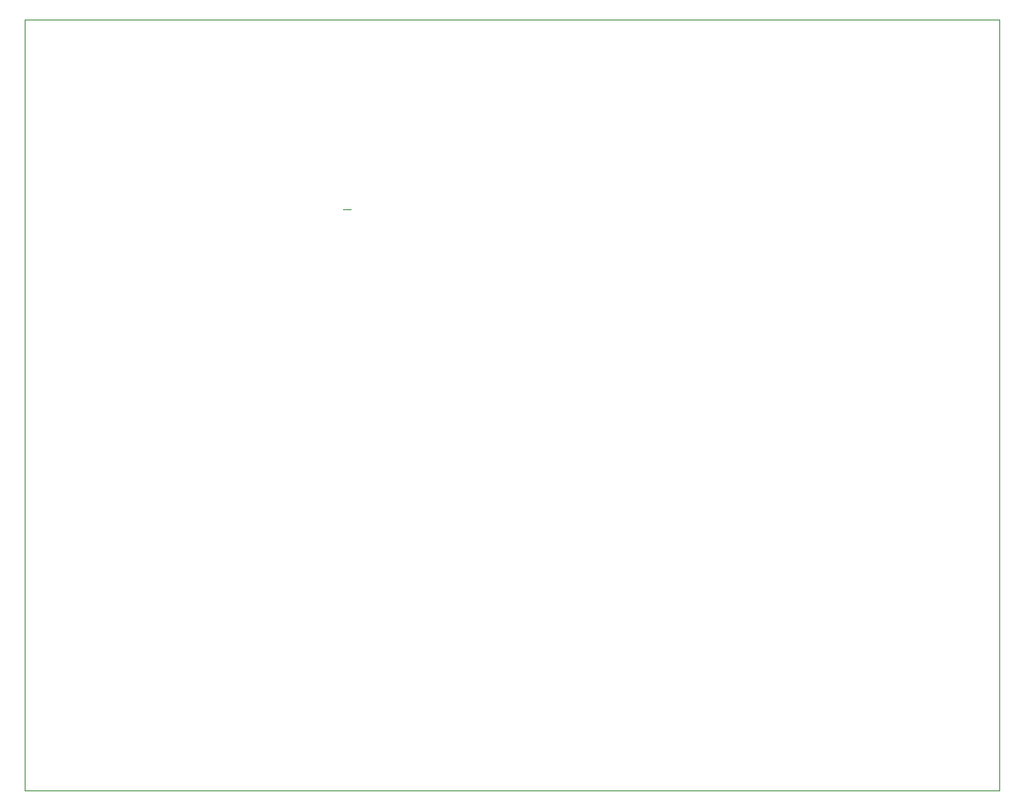
<source format=gbr>
G04 #@! TF.GenerationSoftware,KiCad,Pcbnew,5.1.4-e60b266~84~ubuntu18.04.1*
G04 #@! TF.CreationDate,2019-11-01T20:14:36-04:00*
G04 #@! TF.ProjectId,ib4,6962342e-6b69-4636-9164-5f7063625858,rev?*
G04 #@! TF.SameCoordinates,Original*
G04 #@! TF.FileFunction,Profile,NP*
%FSLAX46Y46*%
G04 Gerber Fmt 4.6, Leading zero omitted, Abs format (unit mm)*
G04 Created by KiCad (PCBNEW 5.1.4-e60b266~84~ubuntu18.04.1) date 2019-11-01 20:14:36*
%MOMM*%
%LPD*%
G04 APERTURE LIST*
%ADD10C,0.050000*%
G04 APERTURE END LIST*
D10*
X0Y76750000D02*
X96950000Y76750000D01*
X96950000Y75150000D02*
X96950000Y76750000D01*
X0Y0D02*
X1100000Y0D01*
X0Y76750000D02*
X0Y0D01*
X31650000Y57800000D02*
X32400000Y57800000D01*
X96950000Y0D02*
X1100000Y0D01*
X96950000Y75150000D02*
X96950000Y0D01*
M02*

</source>
